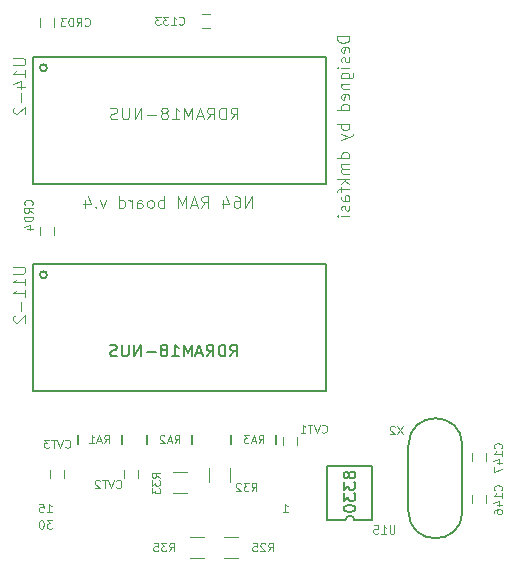
<source format=gbo>
G04 #@! TF.FileFunction,Legend,Bot*
%FSLAX46Y46*%
G04 Gerber Fmt 4.6, Leading zero omitted, Abs format (unit mm)*
G04 Created by KiCad (PCBNEW 4.0.6) date Mon Aug 28 23:47:59 2017*
%MOMM*%
%LPD*%
G01*
G04 APERTURE LIST*
%ADD10C,0.100000*%
%ADD11C,0.150000*%
%ADD12C,0.127000*%
%ADD13C,0.120000*%
G04 APERTURE END LIST*
D10*
X48178500Y-69555667D02*
X48578500Y-69555667D01*
X48378500Y-69555667D02*
X48378500Y-68855667D01*
X48445166Y-68955667D01*
X48511833Y-69022333D01*
X48578500Y-69055667D01*
X45567739Y-43783381D02*
X45567739Y-42783381D01*
X44996310Y-43783381D01*
X44996310Y-42783381D01*
X44091548Y-42783381D02*
X44282025Y-42783381D01*
X44377263Y-42831000D01*
X44424882Y-42878619D01*
X44520120Y-43021476D01*
X44567739Y-43211952D01*
X44567739Y-43592905D01*
X44520120Y-43688143D01*
X44472501Y-43735762D01*
X44377263Y-43783381D01*
X44186786Y-43783381D01*
X44091548Y-43735762D01*
X44043929Y-43688143D01*
X43996310Y-43592905D01*
X43996310Y-43354810D01*
X44043929Y-43259571D01*
X44091548Y-43211952D01*
X44186786Y-43164333D01*
X44377263Y-43164333D01*
X44472501Y-43211952D01*
X44520120Y-43259571D01*
X44567739Y-43354810D01*
X43139167Y-43116714D02*
X43139167Y-43783381D01*
X43377263Y-42735762D02*
X43615358Y-43450048D01*
X42996310Y-43450048D01*
X41282024Y-43783381D02*
X41615358Y-43307190D01*
X41853453Y-43783381D02*
X41853453Y-42783381D01*
X41472500Y-42783381D01*
X41377262Y-42831000D01*
X41329643Y-42878619D01*
X41282024Y-42973857D01*
X41282024Y-43116714D01*
X41329643Y-43211952D01*
X41377262Y-43259571D01*
X41472500Y-43307190D01*
X41853453Y-43307190D01*
X40901072Y-43497667D02*
X40424881Y-43497667D01*
X40996310Y-43783381D02*
X40662977Y-42783381D01*
X40329643Y-43783381D01*
X39996310Y-43783381D02*
X39996310Y-42783381D01*
X39662976Y-43497667D01*
X39329643Y-42783381D01*
X39329643Y-43783381D01*
X38091548Y-43783381D02*
X38091548Y-42783381D01*
X38091548Y-43164333D02*
X37996310Y-43116714D01*
X37805833Y-43116714D01*
X37710595Y-43164333D01*
X37662976Y-43211952D01*
X37615357Y-43307190D01*
X37615357Y-43592905D01*
X37662976Y-43688143D01*
X37710595Y-43735762D01*
X37805833Y-43783381D01*
X37996310Y-43783381D01*
X38091548Y-43735762D01*
X37043929Y-43783381D02*
X37139167Y-43735762D01*
X37186786Y-43688143D01*
X37234405Y-43592905D01*
X37234405Y-43307190D01*
X37186786Y-43211952D01*
X37139167Y-43164333D01*
X37043929Y-43116714D01*
X36901071Y-43116714D01*
X36805833Y-43164333D01*
X36758214Y-43211952D01*
X36710595Y-43307190D01*
X36710595Y-43592905D01*
X36758214Y-43688143D01*
X36805833Y-43735762D01*
X36901071Y-43783381D01*
X37043929Y-43783381D01*
X35853452Y-43783381D02*
X35853452Y-43259571D01*
X35901071Y-43164333D01*
X35996309Y-43116714D01*
X36186786Y-43116714D01*
X36282024Y-43164333D01*
X35853452Y-43735762D02*
X35948690Y-43783381D01*
X36186786Y-43783381D01*
X36282024Y-43735762D01*
X36329643Y-43640524D01*
X36329643Y-43545286D01*
X36282024Y-43450048D01*
X36186786Y-43402429D01*
X35948690Y-43402429D01*
X35853452Y-43354810D01*
X35377262Y-43783381D02*
X35377262Y-43116714D01*
X35377262Y-43307190D02*
X35329643Y-43211952D01*
X35282024Y-43164333D01*
X35186786Y-43116714D01*
X35091547Y-43116714D01*
X34329642Y-43783381D02*
X34329642Y-42783381D01*
X34329642Y-43735762D02*
X34424880Y-43783381D01*
X34615357Y-43783381D01*
X34710595Y-43735762D01*
X34758214Y-43688143D01*
X34805833Y-43592905D01*
X34805833Y-43307190D01*
X34758214Y-43211952D01*
X34710595Y-43164333D01*
X34615357Y-43116714D01*
X34424880Y-43116714D01*
X34329642Y-43164333D01*
X33186785Y-43116714D02*
X32948690Y-43783381D01*
X32710594Y-43116714D01*
X32329642Y-43688143D02*
X32282023Y-43735762D01*
X32329642Y-43783381D01*
X32377261Y-43735762D01*
X32329642Y-43688143D01*
X32329642Y-43783381D01*
X31424880Y-43116714D02*
X31424880Y-43783381D01*
X31662976Y-42735762D02*
X31901071Y-43450048D01*
X31282023Y-43450048D01*
X28200334Y-69531667D02*
X28600334Y-69531667D01*
X28400334Y-69531667D02*
X28400334Y-68831667D01*
X28467000Y-68931667D01*
X28533667Y-68998333D01*
X28600334Y-69031667D01*
X27567000Y-68831667D02*
X27900333Y-68831667D01*
X27933667Y-69165000D01*
X27900333Y-69131667D01*
X27833667Y-69098333D01*
X27667000Y-69098333D01*
X27600333Y-69131667D01*
X27567000Y-69165000D01*
X27533667Y-69231667D01*
X27533667Y-69398333D01*
X27567000Y-69465000D01*
X27600333Y-69498333D01*
X27667000Y-69531667D01*
X27833667Y-69531667D01*
X27900333Y-69498333D01*
X27933667Y-69465000D01*
X28633667Y-70228667D02*
X28200334Y-70228667D01*
X28433667Y-70495333D01*
X28333667Y-70495333D01*
X28267000Y-70528667D01*
X28233667Y-70562000D01*
X28200334Y-70628667D01*
X28200334Y-70795333D01*
X28233667Y-70862000D01*
X28267000Y-70895333D01*
X28333667Y-70928667D01*
X28533667Y-70928667D01*
X28600334Y-70895333D01*
X28633667Y-70862000D01*
X27767000Y-70228667D02*
X27700333Y-70228667D01*
X27633667Y-70262000D01*
X27600333Y-70295333D01*
X27567000Y-70362000D01*
X27533667Y-70495333D01*
X27533667Y-70662000D01*
X27567000Y-70795333D01*
X27600333Y-70862000D01*
X27633667Y-70895333D01*
X27700333Y-70928667D01*
X27767000Y-70928667D01*
X27833667Y-70895333D01*
X27867000Y-70862000D01*
X27900333Y-70795333D01*
X27933667Y-70662000D01*
X27933667Y-70495333D01*
X27900333Y-70362000D01*
X27867000Y-70295333D01*
X27833667Y-70262000D01*
X27767000Y-70228667D01*
X53783881Y-29234952D02*
X52783881Y-29234952D01*
X52783881Y-29473047D01*
X52831500Y-29615905D01*
X52926738Y-29711143D01*
X53021976Y-29758762D01*
X53212452Y-29806381D01*
X53355310Y-29806381D01*
X53545786Y-29758762D01*
X53641024Y-29711143D01*
X53736262Y-29615905D01*
X53783881Y-29473047D01*
X53783881Y-29234952D01*
X53736262Y-30615905D02*
X53783881Y-30520667D01*
X53783881Y-30330190D01*
X53736262Y-30234952D01*
X53641024Y-30187333D01*
X53260071Y-30187333D01*
X53164833Y-30234952D01*
X53117214Y-30330190D01*
X53117214Y-30520667D01*
X53164833Y-30615905D01*
X53260071Y-30663524D01*
X53355310Y-30663524D01*
X53450548Y-30187333D01*
X53736262Y-31044476D02*
X53783881Y-31139714D01*
X53783881Y-31330190D01*
X53736262Y-31425429D01*
X53641024Y-31473048D01*
X53593405Y-31473048D01*
X53498167Y-31425429D01*
X53450548Y-31330190D01*
X53450548Y-31187333D01*
X53402929Y-31092095D01*
X53307690Y-31044476D01*
X53260071Y-31044476D01*
X53164833Y-31092095D01*
X53117214Y-31187333D01*
X53117214Y-31330190D01*
X53164833Y-31425429D01*
X53783881Y-31901619D02*
X53117214Y-31901619D01*
X52783881Y-31901619D02*
X52831500Y-31854000D01*
X52879119Y-31901619D01*
X52831500Y-31949238D01*
X52783881Y-31901619D01*
X52879119Y-31901619D01*
X53117214Y-32806381D02*
X53926738Y-32806381D01*
X54021976Y-32758762D01*
X54069595Y-32711143D01*
X54117214Y-32615904D01*
X54117214Y-32473047D01*
X54069595Y-32377809D01*
X53736262Y-32806381D02*
X53783881Y-32711143D01*
X53783881Y-32520666D01*
X53736262Y-32425428D01*
X53688643Y-32377809D01*
X53593405Y-32330190D01*
X53307690Y-32330190D01*
X53212452Y-32377809D01*
X53164833Y-32425428D01*
X53117214Y-32520666D01*
X53117214Y-32711143D01*
X53164833Y-32806381D01*
X53117214Y-33282571D02*
X53783881Y-33282571D01*
X53212452Y-33282571D02*
X53164833Y-33330190D01*
X53117214Y-33425428D01*
X53117214Y-33568286D01*
X53164833Y-33663524D01*
X53260071Y-33711143D01*
X53783881Y-33711143D01*
X53736262Y-34568286D02*
X53783881Y-34473048D01*
X53783881Y-34282571D01*
X53736262Y-34187333D01*
X53641024Y-34139714D01*
X53260071Y-34139714D01*
X53164833Y-34187333D01*
X53117214Y-34282571D01*
X53117214Y-34473048D01*
X53164833Y-34568286D01*
X53260071Y-34615905D01*
X53355310Y-34615905D01*
X53450548Y-34139714D01*
X53783881Y-35473048D02*
X52783881Y-35473048D01*
X53736262Y-35473048D02*
X53783881Y-35377810D01*
X53783881Y-35187333D01*
X53736262Y-35092095D01*
X53688643Y-35044476D01*
X53593405Y-34996857D01*
X53307690Y-34996857D01*
X53212452Y-35044476D01*
X53164833Y-35092095D01*
X53117214Y-35187333D01*
X53117214Y-35377810D01*
X53164833Y-35473048D01*
X53783881Y-36711143D02*
X52783881Y-36711143D01*
X53164833Y-36711143D02*
X53117214Y-36806381D01*
X53117214Y-36996858D01*
X53164833Y-37092096D01*
X53212452Y-37139715D01*
X53307690Y-37187334D01*
X53593405Y-37187334D01*
X53688643Y-37139715D01*
X53736262Y-37092096D01*
X53783881Y-36996858D01*
X53783881Y-36806381D01*
X53736262Y-36711143D01*
X53117214Y-37520667D02*
X53783881Y-37758762D01*
X53117214Y-37996858D02*
X53783881Y-37758762D01*
X54021976Y-37663524D01*
X54069595Y-37615905D01*
X54117214Y-37520667D01*
X53783881Y-39568287D02*
X52783881Y-39568287D01*
X53736262Y-39568287D02*
X53783881Y-39473049D01*
X53783881Y-39282572D01*
X53736262Y-39187334D01*
X53688643Y-39139715D01*
X53593405Y-39092096D01*
X53307690Y-39092096D01*
X53212452Y-39139715D01*
X53164833Y-39187334D01*
X53117214Y-39282572D01*
X53117214Y-39473049D01*
X53164833Y-39568287D01*
X53783881Y-40044477D02*
X53117214Y-40044477D01*
X53212452Y-40044477D02*
X53164833Y-40092096D01*
X53117214Y-40187334D01*
X53117214Y-40330192D01*
X53164833Y-40425430D01*
X53260071Y-40473049D01*
X53783881Y-40473049D01*
X53260071Y-40473049D02*
X53164833Y-40520668D01*
X53117214Y-40615906D01*
X53117214Y-40758763D01*
X53164833Y-40854001D01*
X53260071Y-40901620D01*
X53783881Y-40901620D01*
X53783881Y-41377810D02*
X52783881Y-41377810D01*
X53402929Y-41473048D02*
X53783881Y-41758763D01*
X53117214Y-41758763D02*
X53498167Y-41377810D01*
X53117214Y-42044477D02*
X53117214Y-42425429D01*
X53783881Y-42187334D02*
X52926738Y-42187334D01*
X52831500Y-42234953D01*
X52783881Y-42330191D01*
X52783881Y-42425429D01*
X53783881Y-43187335D02*
X53260071Y-43187335D01*
X53164833Y-43139716D01*
X53117214Y-43044478D01*
X53117214Y-42854001D01*
X53164833Y-42758763D01*
X53736262Y-43187335D02*
X53783881Y-43092097D01*
X53783881Y-42854001D01*
X53736262Y-42758763D01*
X53641024Y-42711144D01*
X53545786Y-42711144D01*
X53450548Y-42758763D01*
X53402929Y-42854001D01*
X53402929Y-43092097D01*
X53355310Y-43187335D01*
X53736262Y-43615906D02*
X53783881Y-43711144D01*
X53783881Y-43901620D01*
X53736262Y-43996859D01*
X53641024Y-44044478D01*
X53593405Y-44044478D01*
X53498167Y-43996859D01*
X53450548Y-43901620D01*
X53450548Y-43758763D01*
X53402929Y-43663525D01*
X53307690Y-43615906D01*
X53260071Y-43615906D01*
X53164833Y-43663525D01*
X53117214Y-43758763D01*
X53117214Y-43901620D01*
X53164833Y-43996859D01*
X53783881Y-44473049D02*
X53117214Y-44473049D01*
X52783881Y-44473049D02*
X52831500Y-44425430D01*
X52879119Y-44473049D01*
X52831500Y-44520668D01*
X52783881Y-44473049D01*
X52879119Y-44473049D01*
D11*
X28203195Y-49453127D02*
G75*
G03X28203195Y-49453127I-300000J0D01*
G01*
D12*
X27034500Y-59311000D02*
X27034500Y-48511000D01*
X27034500Y-48511000D02*
X51834500Y-48511000D01*
X51834500Y-48511000D02*
X51834500Y-59311000D01*
X51834500Y-59311000D02*
X27034500Y-59311000D01*
D11*
X63373000Y-69469000D02*
G75*
G02X58801000Y-69469000I-2286000J0D01*
G01*
X58801000Y-63881000D02*
G75*
G02X63373000Y-63881000I2286000J0D01*
G01*
X63373000Y-63881000D02*
X63373000Y-69469000D01*
X58801000Y-63881000D02*
X58801000Y-69469000D01*
X34588722Y-63791848D02*
X34588722Y-62991848D01*
X30788722Y-63791848D02*
X30788722Y-62991848D01*
X40438722Y-63791848D02*
X40438722Y-62991848D01*
X36638722Y-63791848D02*
X36638722Y-62991848D01*
X47588722Y-63791848D02*
X47588722Y-62991848D01*
X43788722Y-63791848D02*
X43788722Y-62991848D01*
D13*
X41997500Y-27364000D02*
X41297500Y-27364000D01*
X41297500Y-28564000D02*
X41997500Y-28564000D01*
X65370000Y-68803000D02*
X65370000Y-68103000D01*
X64170000Y-68103000D02*
X64170000Y-68803000D01*
X64170000Y-64547000D02*
X64170000Y-65247000D01*
X65370000Y-65247000D02*
X65370000Y-64547000D01*
X28785500Y-28441000D02*
X28785500Y-27741000D01*
X27585500Y-27741000D02*
X27585500Y-28441000D01*
X28785500Y-46094000D02*
X28785500Y-45394000D01*
X27585500Y-45394000D02*
X27585500Y-46094000D01*
X48159500Y-63174000D02*
X48159500Y-63874000D01*
X49359500Y-63874000D02*
X49359500Y-63174000D01*
X35897500Y-66642600D02*
X35897500Y-65942600D01*
X34697500Y-65942600D02*
X34697500Y-66642600D01*
X29683000Y-66644000D02*
X29683000Y-65944000D01*
X28483000Y-65944000D02*
X28483000Y-66644000D01*
X43215000Y-73397000D02*
X44415000Y-73397000D01*
X44415000Y-71637000D02*
X43215000Y-71637000D01*
X41919000Y-65821000D02*
X41919000Y-67021000D01*
X43679000Y-67021000D02*
X43679000Y-65821000D01*
X40097000Y-66176000D02*
X38897000Y-66176000D01*
X38897000Y-67936000D02*
X40097000Y-67936000D01*
X40294000Y-73397000D02*
X41494000Y-73397000D01*
X41494000Y-71637000D02*
X40294000Y-71637000D01*
D11*
X53467000Y-70231000D02*
G75*
G02X54229000Y-70231000I381000J0D01*
G01*
X55753000Y-65659000D02*
X51943000Y-65659000D01*
X54229000Y-70231000D02*
X55753000Y-70231000D01*
X55753000Y-70231000D02*
X55753000Y-65659000D01*
X51943000Y-65659000D02*
X51943000Y-70231000D01*
X51943000Y-70231000D02*
X53467000Y-70231000D01*
X28203195Y-31927127D02*
G75*
G03X28203195Y-31927127I-300000J0D01*
G01*
D12*
X27034500Y-41785000D02*
X27034500Y-30985000D01*
X27034500Y-30985000D02*
X51834500Y-30985000D01*
X51834500Y-30985000D02*
X51834500Y-41785000D01*
X51834500Y-41785000D02*
X27034500Y-41785000D01*
D10*
X25359881Y-48776095D02*
X26169405Y-48776095D01*
X26264643Y-48823714D01*
X26312262Y-48871333D01*
X26359881Y-48966571D01*
X26359881Y-49157048D01*
X26312262Y-49252286D01*
X26264643Y-49299905D01*
X26169405Y-49347524D01*
X25359881Y-49347524D01*
X26359881Y-50347524D02*
X26359881Y-49776095D01*
X26359881Y-50061809D02*
X25359881Y-50061809D01*
X25502738Y-49966571D01*
X25597976Y-49871333D01*
X25645595Y-49776095D01*
X26359881Y-51299905D02*
X26359881Y-50728476D01*
X26359881Y-51014190D02*
X25359881Y-51014190D01*
X25502738Y-50918952D01*
X25597976Y-50823714D01*
X25645595Y-50728476D01*
X25978929Y-51728476D02*
X25978929Y-52490381D01*
X25455119Y-52918952D02*
X25407500Y-52966571D01*
X25359881Y-53061809D01*
X25359881Y-53299905D01*
X25407500Y-53395143D01*
X25455119Y-53442762D01*
X25550357Y-53490381D01*
X25645595Y-53490381D01*
X25788452Y-53442762D01*
X26359881Y-52871333D01*
X26359881Y-53490381D01*
D11*
X43724976Y-56363381D02*
X44058310Y-55887190D01*
X44296405Y-56363381D02*
X44296405Y-55363381D01*
X43915452Y-55363381D01*
X43820214Y-55411000D01*
X43772595Y-55458619D01*
X43724976Y-55553857D01*
X43724976Y-55696714D01*
X43772595Y-55791952D01*
X43820214Y-55839571D01*
X43915452Y-55887190D01*
X44296405Y-55887190D01*
X43296405Y-56363381D02*
X43296405Y-55363381D01*
X43058310Y-55363381D01*
X42915452Y-55411000D01*
X42820214Y-55506238D01*
X42772595Y-55601476D01*
X42724976Y-55791952D01*
X42724976Y-55934810D01*
X42772595Y-56125286D01*
X42820214Y-56220524D01*
X42915452Y-56315762D01*
X43058310Y-56363381D01*
X43296405Y-56363381D01*
X41724976Y-56363381D02*
X42058310Y-55887190D01*
X42296405Y-56363381D02*
X42296405Y-55363381D01*
X41915452Y-55363381D01*
X41820214Y-55411000D01*
X41772595Y-55458619D01*
X41724976Y-55553857D01*
X41724976Y-55696714D01*
X41772595Y-55791952D01*
X41820214Y-55839571D01*
X41915452Y-55887190D01*
X42296405Y-55887190D01*
X41344024Y-56077667D02*
X40867833Y-56077667D01*
X41439262Y-56363381D02*
X41105929Y-55363381D01*
X40772595Y-56363381D01*
X40439262Y-56363381D02*
X40439262Y-55363381D01*
X40105928Y-56077667D01*
X39772595Y-55363381D01*
X39772595Y-56363381D01*
X38772595Y-56363381D02*
X39344024Y-56363381D01*
X39058310Y-56363381D02*
X39058310Y-55363381D01*
X39153548Y-55506238D01*
X39248786Y-55601476D01*
X39344024Y-55649095D01*
X38201167Y-55791952D02*
X38296405Y-55744333D01*
X38344024Y-55696714D01*
X38391643Y-55601476D01*
X38391643Y-55553857D01*
X38344024Y-55458619D01*
X38296405Y-55411000D01*
X38201167Y-55363381D01*
X38010690Y-55363381D01*
X37915452Y-55411000D01*
X37867833Y-55458619D01*
X37820214Y-55553857D01*
X37820214Y-55601476D01*
X37867833Y-55696714D01*
X37915452Y-55744333D01*
X38010690Y-55791952D01*
X38201167Y-55791952D01*
X38296405Y-55839571D01*
X38344024Y-55887190D01*
X38391643Y-55982429D01*
X38391643Y-56172905D01*
X38344024Y-56268143D01*
X38296405Y-56315762D01*
X38201167Y-56363381D01*
X38010690Y-56363381D01*
X37915452Y-56315762D01*
X37867833Y-56268143D01*
X37820214Y-56172905D01*
X37820214Y-55982429D01*
X37867833Y-55887190D01*
X37915452Y-55839571D01*
X38010690Y-55791952D01*
X37391643Y-55982429D02*
X36629738Y-55982429D01*
X36153548Y-56363381D02*
X36153548Y-55363381D01*
X35582119Y-56363381D01*
X35582119Y-55363381D01*
X35105929Y-55363381D02*
X35105929Y-56172905D01*
X35058310Y-56268143D01*
X35010691Y-56315762D01*
X34915453Y-56363381D01*
X34724976Y-56363381D01*
X34629738Y-56315762D01*
X34582119Y-56268143D01*
X34534500Y-56172905D01*
X34534500Y-55363381D01*
X34105929Y-56315762D02*
X33963072Y-56363381D01*
X33724976Y-56363381D01*
X33629738Y-56315762D01*
X33582119Y-56268143D01*
X33534500Y-56172905D01*
X33534500Y-56077667D01*
X33582119Y-55982429D01*
X33629738Y-55934810D01*
X33724976Y-55887190D01*
X33915453Y-55839571D01*
X34010691Y-55791952D01*
X34058310Y-55744333D01*
X34105929Y-55649095D01*
X34105929Y-55553857D01*
X34058310Y-55458619D01*
X34010691Y-55411000D01*
X33915453Y-55363381D01*
X33677357Y-55363381D01*
X33534500Y-55411000D01*
D10*
X58343167Y-62251667D02*
X57876500Y-62951667D01*
X57876500Y-62251667D02*
X58343167Y-62951667D01*
X57643167Y-62318333D02*
X57609833Y-62285000D01*
X57543167Y-62251667D01*
X57376500Y-62251667D01*
X57309833Y-62285000D01*
X57276500Y-62318333D01*
X57243167Y-62385000D01*
X57243167Y-62451667D01*
X57276500Y-62551667D01*
X57676500Y-62951667D01*
X57243167Y-62951667D01*
X33047166Y-63713667D02*
X33280500Y-63380333D01*
X33447166Y-63713667D02*
X33447166Y-63013667D01*
X33180500Y-63013667D01*
X33113833Y-63047000D01*
X33080500Y-63080333D01*
X33047166Y-63147000D01*
X33047166Y-63247000D01*
X33080500Y-63313667D01*
X33113833Y-63347000D01*
X33180500Y-63380333D01*
X33447166Y-63380333D01*
X32780500Y-63513667D02*
X32447166Y-63513667D01*
X32847166Y-63713667D02*
X32613833Y-63013667D01*
X32380500Y-63713667D01*
X31780500Y-63713667D02*
X32180500Y-63713667D01*
X31980500Y-63713667D02*
X31980500Y-63013667D01*
X32047166Y-63113667D01*
X32113833Y-63180333D01*
X32180500Y-63213667D01*
X39016166Y-63713667D02*
X39249500Y-63380333D01*
X39416166Y-63713667D02*
X39416166Y-63013667D01*
X39149500Y-63013667D01*
X39082833Y-63047000D01*
X39049500Y-63080333D01*
X39016166Y-63147000D01*
X39016166Y-63247000D01*
X39049500Y-63313667D01*
X39082833Y-63347000D01*
X39149500Y-63380333D01*
X39416166Y-63380333D01*
X38749500Y-63513667D02*
X38416166Y-63513667D01*
X38816166Y-63713667D02*
X38582833Y-63013667D01*
X38349500Y-63713667D01*
X38149500Y-63080333D02*
X38116166Y-63047000D01*
X38049500Y-63013667D01*
X37882833Y-63013667D01*
X37816166Y-63047000D01*
X37782833Y-63080333D01*
X37749500Y-63147000D01*
X37749500Y-63213667D01*
X37782833Y-63313667D01*
X38182833Y-63713667D01*
X37749500Y-63713667D01*
X46128166Y-63713667D02*
X46361500Y-63380333D01*
X46528166Y-63713667D02*
X46528166Y-63013667D01*
X46261500Y-63013667D01*
X46194833Y-63047000D01*
X46161500Y-63080333D01*
X46128166Y-63147000D01*
X46128166Y-63247000D01*
X46161500Y-63313667D01*
X46194833Y-63347000D01*
X46261500Y-63380333D01*
X46528166Y-63380333D01*
X45861500Y-63513667D02*
X45528166Y-63513667D01*
X45928166Y-63713667D02*
X45694833Y-63013667D01*
X45461500Y-63713667D01*
X45294833Y-63013667D02*
X44861500Y-63013667D01*
X45094833Y-63280333D01*
X44994833Y-63280333D01*
X44928166Y-63313667D01*
X44894833Y-63347000D01*
X44861500Y-63413667D01*
X44861500Y-63580333D01*
X44894833Y-63647000D01*
X44928166Y-63680333D01*
X44994833Y-63713667D01*
X45194833Y-63713667D01*
X45261500Y-63680333D01*
X45294833Y-63647000D01*
X39382833Y-28214000D02*
X39416167Y-28247333D01*
X39516167Y-28280667D01*
X39582833Y-28280667D01*
X39682833Y-28247333D01*
X39749500Y-28180667D01*
X39782833Y-28114000D01*
X39816167Y-27980667D01*
X39816167Y-27880667D01*
X39782833Y-27747333D01*
X39749500Y-27680667D01*
X39682833Y-27614000D01*
X39582833Y-27580667D01*
X39516167Y-27580667D01*
X39416167Y-27614000D01*
X39382833Y-27647333D01*
X38716167Y-28280667D02*
X39116167Y-28280667D01*
X38916167Y-28280667D02*
X38916167Y-27580667D01*
X38982833Y-27680667D01*
X39049500Y-27747333D01*
X39116167Y-27780667D01*
X38482833Y-27580667D02*
X38049500Y-27580667D01*
X38282833Y-27847333D01*
X38182833Y-27847333D01*
X38116166Y-27880667D01*
X38082833Y-27914000D01*
X38049500Y-27980667D01*
X38049500Y-28147333D01*
X38082833Y-28214000D01*
X38116166Y-28247333D01*
X38182833Y-28280667D01*
X38382833Y-28280667D01*
X38449500Y-28247333D01*
X38482833Y-28214000D01*
X37816166Y-27580667D02*
X37382833Y-27580667D01*
X37616166Y-27847333D01*
X37516166Y-27847333D01*
X37449499Y-27880667D01*
X37416166Y-27914000D01*
X37382833Y-27980667D01*
X37382833Y-28147333D01*
X37416166Y-28214000D01*
X37449499Y-28247333D01*
X37516166Y-28280667D01*
X37716166Y-28280667D01*
X37782833Y-28247333D01*
X37816166Y-28214000D01*
X66662500Y-67693667D02*
X66695833Y-67660333D01*
X66729167Y-67560333D01*
X66729167Y-67493667D01*
X66695833Y-67393667D01*
X66629167Y-67327000D01*
X66562500Y-67293667D01*
X66429167Y-67260333D01*
X66329167Y-67260333D01*
X66195833Y-67293667D01*
X66129167Y-67327000D01*
X66062500Y-67393667D01*
X66029167Y-67493667D01*
X66029167Y-67560333D01*
X66062500Y-67660333D01*
X66095833Y-67693667D01*
X66729167Y-68360333D02*
X66729167Y-67960333D01*
X66729167Y-68160333D02*
X66029167Y-68160333D01*
X66129167Y-68093667D01*
X66195833Y-68027000D01*
X66229167Y-67960333D01*
X66262500Y-68960334D02*
X66729167Y-68960334D01*
X65995833Y-68793667D02*
X66495833Y-68627000D01*
X66495833Y-69060334D01*
X66029167Y-69627001D02*
X66029167Y-69493667D01*
X66062500Y-69427001D01*
X66095833Y-69393667D01*
X66195833Y-69327001D01*
X66329167Y-69293667D01*
X66595833Y-69293667D01*
X66662500Y-69327001D01*
X66695833Y-69360334D01*
X66729167Y-69427001D01*
X66729167Y-69560334D01*
X66695833Y-69627001D01*
X66662500Y-69660334D01*
X66595833Y-69693667D01*
X66429167Y-69693667D01*
X66362500Y-69660334D01*
X66329167Y-69627001D01*
X66295833Y-69560334D01*
X66295833Y-69427001D01*
X66329167Y-69360334D01*
X66362500Y-69327001D01*
X66429167Y-69293667D01*
X66662500Y-64137667D02*
X66695833Y-64104333D01*
X66729167Y-64004333D01*
X66729167Y-63937667D01*
X66695833Y-63837667D01*
X66629167Y-63771000D01*
X66562500Y-63737667D01*
X66429167Y-63704333D01*
X66329167Y-63704333D01*
X66195833Y-63737667D01*
X66129167Y-63771000D01*
X66062500Y-63837667D01*
X66029167Y-63937667D01*
X66029167Y-64004333D01*
X66062500Y-64104333D01*
X66095833Y-64137667D01*
X66729167Y-64804333D02*
X66729167Y-64404333D01*
X66729167Y-64604333D02*
X66029167Y-64604333D01*
X66129167Y-64537667D01*
X66195833Y-64471000D01*
X66229167Y-64404333D01*
X66262500Y-65404334D02*
X66729167Y-65404334D01*
X65995833Y-65237667D02*
X66495833Y-65071000D01*
X66495833Y-65504334D01*
X66029167Y-65704334D02*
X66029167Y-66171001D01*
X66729167Y-65871001D01*
X31415166Y-28341000D02*
X31448500Y-28374333D01*
X31548500Y-28407667D01*
X31615166Y-28407667D01*
X31715166Y-28374333D01*
X31781833Y-28307667D01*
X31815166Y-28241000D01*
X31848500Y-28107667D01*
X31848500Y-28007667D01*
X31815166Y-27874333D01*
X31781833Y-27807667D01*
X31715166Y-27741000D01*
X31615166Y-27707667D01*
X31548500Y-27707667D01*
X31448500Y-27741000D01*
X31415166Y-27774333D01*
X30715166Y-28407667D02*
X30948500Y-28074333D01*
X31115166Y-28407667D02*
X31115166Y-27707667D01*
X30848500Y-27707667D01*
X30781833Y-27741000D01*
X30748500Y-27774333D01*
X30715166Y-27841000D01*
X30715166Y-27941000D01*
X30748500Y-28007667D01*
X30781833Y-28041000D01*
X30848500Y-28074333D01*
X31115166Y-28074333D01*
X30415166Y-28407667D02*
X30415166Y-27707667D01*
X30248500Y-27707667D01*
X30148500Y-27741000D01*
X30081833Y-27807667D01*
X30048500Y-27874333D01*
X30015166Y-28007667D01*
X30015166Y-28107667D01*
X30048500Y-28241000D01*
X30081833Y-28307667D01*
X30148500Y-28374333D01*
X30248500Y-28407667D01*
X30415166Y-28407667D01*
X29781833Y-27707667D02*
X29348500Y-27707667D01*
X29581833Y-27974333D01*
X29481833Y-27974333D01*
X29415166Y-28007667D01*
X29381833Y-28041000D01*
X29348500Y-28107667D01*
X29348500Y-28274333D01*
X29381833Y-28341000D01*
X29415166Y-28374333D01*
X29481833Y-28407667D01*
X29681833Y-28407667D01*
X29748500Y-28374333D01*
X29781833Y-28341000D01*
X26911500Y-43530334D02*
X26944833Y-43497000D01*
X26978167Y-43397000D01*
X26978167Y-43330334D01*
X26944833Y-43230334D01*
X26878167Y-43163667D01*
X26811500Y-43130334D01*
X26678167Y-43097000D01*
X26578167Y-43097000D01*
X26444833Y-43130334D01*
X26378167Y-43163667D01*
X26311500Y-43230334D01*
X26278167Y-43330334D01*
X26278167Y-43397000D01*
X26311500Y-43497000D01*
X26344833Y-43530334D01*
X26978167Y-44230334D02*
X26644833Y-43997000D01*
X26978167Y-43830334D02*
X26278167Y-43830334D01*
X26278167Y-44097000D01*
X26311500Y-44163667D01*
X26344833Y-44197000D01*
X26411500Y-44230334D01*
X26511500Y-44230334D01*
X26578167Y-44197000D01*
X26611500Y-44163667D01*
X26644833Y-44097000D01*
X26644833Y-43830334D01*
X26978167Y-44530334D02*
X26278167Y-44530334D01*
X26278167Y-44697000D01*
X26311500Y-44797000D01*
X26378167Y-44863667D01*
X26444833Y-44897000D01*
X26578167Y-44930334D01*
X26678167Y-44930334D01*
X26811500Y-44897000D01*
X26878167Y-44863667D01*
X26944833Y-44797000D01*
X26978167Y-44697000D01*
X26978167Y-44530334D01*
X26511500Y-45530334D02*
X26978167Y-45530334D01*
X26244833Y-45363667D02*
X26744833Y-45197000D01*
X26744833Y-45630334D01*
X51474833Y-62758000D02*
X51508167Y-62791333D01*
X51608167Y-62824667D01*
X51674833Y-62824667D01*
X51774833Y-62791333D01*
X51841500Y-62724667D01*
X51874833Y-62658000D01*
X51908167Y-62524667D01*
X51908167Y-62424667D01*
X51874833Y-62291333D01*
X51841500Y-62224667D01*
X51774833Y-62158000D01*
X51674833Y-62124667D01*
X51608167Y-62124667D01*
X51508167Y-62158000D01*
X51474833Y-62191333D01*
X51274833Y-62124667D02*
X51041500Y-62824667D01*
X50808167Y-62124667D01*
X50674833Y-62124667D02*
X50274833Y-62124667D01*
X50474833Y-62824667D02*
X50474833Y-62124667D01*
X49674834Y-62824667D02*
X50074834Y-62824667D01*
X49874834Y-62824667D02*
X49874834Y-62124667D01*
X49941500Y-62224667D01*
X50008167Y-62291333D01*
X50074834Y-62324667D01*
X34075833Y-67457000D02*
X34109167Y-67490333D01*
X34209167Y-67523667D01*
X34275833Y-67523667D01*
X34375833Y-67490333D01*
X34442500Y-67423667D01*
X34475833Y-67357000D01*
X34509167Y-67223667D01*
X34509167Y-67123667D01*
X34475833Y-66990333D01*
X34442500Y-66923667D01*
X34375833Y-66857000D01*
X34275833Y-66823667D01*
X34209167Y-66823667D01*
X34109167Y-66857000D01*
X34075833Y-66890333D01*
X33875833Y-66823667D02*
X33642500Y-67523667D01*
X33409167Y-66823667D01*
X33275833Y-66823667D02*
X32875833Y-66823667D01*
X33075833Y-67523667D02*
X33075833Y-66823667D01*
X32675834Y-66890333D02*
X32642500Y-66857000D01*
X32575834Y-66823667D01*
X32409167Y-66823667D01*
X32342500Y-66857000D01*
X32309167Y-66890333D01*
X32275834Y-66957000D01*
X32275834Y-67023667D01*
X32309167Y-67123667D01*
X32709167Y-67523667D01*
X32275834Y-67523667D01*
X29757833Y-64028000D02*
X29791167Y-64061333D01*
X29891167Y-64094667D01*
X29957833Y-64094667D01*
X30057833Y-64061333D01*
X30124500Y-63994667D01*
X30157833Y-63928000D01*
X30191167Y-63794667D01*
X30191167Y-63694667D01*
X30157833Y-63561333D01*
X30124500Y-63494667D01*
X30057833Y-63428000D01*
X29957833Y-63394667D01*
X29891167Y-63394667D01*
X29791167Y-63428000D01*
X29757833Y-63461333D01*
X29557833Y-63394667D02*
X29324500Y-64094667D01*
X29091167Y-63394667D01*
X28957833Y-63394667D02*
X28557833Y-63394667D01*
X28757833Y-64094667D02*
X28757833Y-63394667D01*
X28391167Y-63394667D02*
X27957834Y-63394667D01*
X28191167Y-63661333D01*
X28091167Y-63661333D01*
X28024500Y-63694667D01*
X27991167Y-63728000D01*
X27957834Y-63794667D01*
X27957834Y-63961333D01*
X27991167Y-64028000D01*
X28024500Y-64061333D01*
X28091167Y-64094667D01*
X28291167Y-64094667D01*
X28357834Y-64061333D01*
X28391167Y-64028000D01*
X46923500Y-72857667D02*
X47156834Y-72524333D01*
X47323500Y-72857667D02*
X47323500Y-72157667D01*
X47056834Y-72157667D01*
X46990167Y-72191000D01*
X46956834Y-72224333D01*
X46923500Y-72291000D01*
X46923500Y-72391000D01*
X46956834Y-72457667D01*
X46990167Y-72491000D01*
X47056834Y-72524333D01*
X47323500Y-72524333D01*
X46656834Y-72224333D02*
X46623500Y-72191000D01*
X46556834Y-72157667D01*
X46390167Y-72157667D01*
X46323500Y-72191000D01*
X46290167Y-72224333D01*
X46256834Y-72291000D01*
X46256834Y-72357667D01*
X46290167Y-72457667D01*
X46690167Y-72857667D01*
X46256834Y-72857667D01*
X45623500Y-72157667D02*
X45956833Y-72157667D01*
X45990167Y-72491000D01*
X45956833Y-72457667D01*
X45890167Y-72424333D01*
X45723500Y-72424333D01*
X45656833Y-72457667D01*
X45623500Y-72491000D01*
X45590167Y-72557667D01*
X45590167Y-72724333D01*
X45623500Y-72791000D01*
X45656833Y-72824333D01*
X45723500Y-72857667D01*
X45890167Y-72857667D01*
X45956833Y-72824333D01*
X45990167Y-72791000D01*
X45526500Y-67777667D02*
X45759834Y-67444333D01*
X45926500Y-67777667D02*
X45926500Y-67077667D01*
X45659834Y-67077667D01*
X45593167Y-67111000D01*
X45559834Y-67144333D01*
X45526500Y-67211000D01*
X45526500Y-67311000D01*
X45559834Y-67377667D01*
X45593167Y-67411000D01*
X45659834Y-67444333D01*
X45926500Y-67444333D01*
X45293167Y-67077667D02*
X44859834Y-67077667D01*
X45093167Y-67344333D01*
X44993167Y-67344333D01*
X44926500Y-67377667D01*
X44893167Y-67411000D01*
X44859834Y-67477667D01*
X44859834Y-67644333D01*
X44893167Y-67711000D01*
X44926500Y-67744333D01*
X44993167Y-67777667D01*
X45193167Y-67777667D01*
X45259834Y-67744333D01*
X45293167Y-67711000D01*
X44593167Y-67144333D02*
X44559833Y-67111000D01*
X44493167Y-67077667D01*
X44326500Y-67077667D01*
X44259833Y-67111000D01*
X44226500Y-67144333D01*
X44193167Y-67211000D01*
X44193167Y-67277667D01*
X44226500Y-67377667D01*
X44626500Y-67777667D01*
X44193167Y-67777667D01*
X37773167Y-66630000D02*
X37439833Y-66396666D01*
X37773167Y-66230000D02*
X37073167Y-66230000D01*
X37073167Y-66496666D01*
X37106500Y-66563333D01*
X37139833Y-66596666D01*
X37206500Y-66630000D01*
X37306500Y-66630000D01*
X37373167Y-66596666D01*
X37406500Y-66563333D01*
X37439833Y-66496666D01*
X37439833Y-66230000D01*
X37073167Y-66863333D02*
X37073167Y-67296666D01*
X37339833Y-67063333D01*
X37339833Y-67163333D01*
X37373167Y-67230000D01*
X37406500Y-67263333D01*
X37473167Y-67296666D01*
X37639833Y-67296666D01*
X37706500Y-67263333D01*
X37739833Y-67230000D01*
X37773167Y-67163333D01*
X37773167Y-66963333D01*
X37739833Y-66896666D01*
X37706500Y-66863333D01*
X37073167Y-67530000D02*
X37073167Y-67963333D01*
X37339833Y-67730000D01*
X37339833Y-67830000D01*
X37373167Y-67896667D01*
X37406500Y-67930000D01*
X37473167Y-67963333D01*
X37639833Y-67963333D01*
X37706500Y-67930000D01*
X37739833Y-67896667D01*
X37773167Y-67830000D01*
X37773167Y-67630000D01*
X37739833Y-67563333D01*
X37706500Y-67530000D01*
X38541500Y-72857667D02*
X38774834Y-72524333D01*
X38941500Y-72857667D02*
X38941500Y-72157667D01*
X38674834Y-72157667D01*
X38608167Y-72191000D01*
X38574834Y-72224333D01*
X38541500Y-72291000D01*
X38541500Y-72391000D01*
X38574834Y-72457667D01*
X38608167Y-72491000D01*
X38674834Y-72524333D01*
X38941500Y-72524333D01*
X38308167Y-72157667D02*
X37874834Y-72157667D01*
X38108167Y-72424333D01*
X38008167Y-72424333D01*
X37941500Y-72457667D01*
X37908167Y-72491000D01*
X37874834Y-72557667D01*
X37874834Y-72724333D01*
X37908167Y-72791000D01*
X37941500Y-72824333D01*
X38008167Y-72857667D01*
X38208167Y-72857667D01*
X38274834Y-72824333D01*
X38308167Y-72791000D01*
X37241500Y-72157667D02*
X37574833Y-72157667D01*
X37608167Y-72491000D01*
X37574833Y-72457667D01*
X37508167Y-72424333D01*
X37341500Y-72424333D01*
X37274833Y-72457667D01*
X37241500Y-72491000D01*
X37208167Y-72557667D01*
X37208167Y-72724333D01*
X37241500Y-72791000D01*
X37274833Y-72824333D01*
X37341500Y-72857667D01*
X37508167Y-72857667D01*
X37574833Y-72824333D01*
X37608167Y-72791000D01*
X57609833Y-70664667D02*
X57609833Y-71231333D01*
X57576500Y-71298000D01*
X57543167Y-71331333D01*
X57476500Y-71364667D01*
X57343167Y-71364667D01*
X57276500Y-71331333D01*
X57243167Y-71298000D01*
X57209833Y-71231333D01*
X57209833Y-70664667D01*
X56509834Y-71364667D02*
X56909834Y-71364667D01*
X56709834Y-71364667D02*
X56709834Y-70664667D01*
X56776500Y-70764667D01*
X56843167Y-70831333D01*
X56909834Y-70864667D01*
X55876500Y-70664667D02*
X56209833Y-70664667D01*
X56243167Y-70998000D01*
X56209833Y-70964667D01*
X56143167Y-70931333D01*
X55976500Y-70931333D01*
X55909833Y-70964667D01*
X55876500Y-70998000D01*
X55843167Y-71064667D01*
X55843167Y-71231333D01*
X55876500Y-71298000D01*
X55909833Y-71331333D01*
X55976500Y-71364667D01*
X56143167Y-71364667D01*
X56209833Y-71331333D01*
X56243167Y-71298000D01*
D11*
X53736952Y-66293952D02*
X53689333Y-66198714D01*
X53641714Y-66151095D01*
X53546476Y-66103476D01*
X53498857Y-66103476D01*
X53403619Y-66151095D01*
X53356000Y-66198714D01*
X53308381Y-66293952D01*
X53308381Y-66484429D01*
X53356000Y-66579667D01*
X53403619Y-66627286D01*
X53498857Y-66674905D01*
X53546476Y-66674905D01*
X53641714Y-66627286D01*
X53689333Y-66579667D01*
X53736952Y-66484429D01*
X53736952Y-66293952D01*
X53784571Y-66198714D01*
X53832190Y-66151095D01*
X53927429Y-66103476D01*
X54117905Y-66103476D01*
X54213143Y-66151095D01*
X54260762Y-66198714D01*
X54308381Y-66293952D01*
X54308381Y-66484429D01*
X54260762Y-66579667D01*
X54213143Y-66627286D01*
X54117905Y-66674905D01*
X53927429Y-66674905D01*
X53832190Y-66627286D01*
X53784571Y-66579667D01*
X53736952Y-66484429D01*
X53308381Y-67008238D02*
X53308381Y-67627286D01*
X53689333Y-67293952D01*
X53689333Y-67436810D01*
X53736952Y-67532048D01*
X53784571Y-67579667D01*
X53879810Y-67627286D01*
X54117905Y-67627286D01*
X54213143Y-67579667D01*
X54260762Y-67532048D01*
X54308381Y-67436810D01*
X54308381Y-67151095D01*
X54260762Y-67055857D01*
X54213143Y-67008238D01*
X53308381Y-67960619D02*
X53308381Y-68579667D01*
X53689333Y-68246333D01*
X53689333Y-68389191D01*
X53736952Y-68484429D01*
X53784571Y-68532048D01*
X53879810Y-68579667D01*
X54117905Y-68579667D01*
X54213143Y-68532048D01*
X54260762Y-68484429D01*
X54308381Y-68389191D01*
X54308381Y-68103476D01*
X54260762Y-68008238D01*
X54213143Y-67960619D01*
X53308381Y-69198714D02*
X53308381Y-69293953D01*
X53356000Y-69389191D01*
X53403619Y-69436810D01*
X53498857Y-69484429D01*
X53689333Y-69532048D01*
X53927429Y-69532048D01*
X54117905Y-69484429D01*
X54213143Y-69436810D01*
X54260762Y-69389191D01*
X54308381Y-69293953D01*
X54308381Y-69198714D01*
X54260762Y-69103476D01*
X54213143Y-69055857D01*
X54117905Y-69008238D01*
X53927429Y-68960619D01*
X53689333Y-68960619D01*
X53498857Y-69008238D01*
X53403619Y-69055857D01*
X53356000Y-69103476D01*
X53308381Y-69198714D01*
D10*
X25359881Y-31123095D02*
X26169405Y-31123095D01*
X26264643Y-31170714D01*
X26312262Y-31218333D01*
X26359881Y-31313571D01*
X26359881Y-31504048D01*
X26312262Y-31599286D01*
X26264643Y-31646905D01*
X26169405Y-31694524D01*
X25359881Y-31694524D01*
X26359881Y-32694524D02*
X26359881Y-32123095D01*
X26359881Y-32408809D02*
X25359881Y-32408809D01*
X25502738Y-32313571D01*
X25597976Y-32218333D01*
X25645595Y-32123095D01*
X25693214Y-33551667D02*
X26359881Y-33551667D01*
X25312262Y-33313571D02*
X26026548Y-33075476D01*
X26026548Y-33694524D01*
X25978929Y-34075476D02*
X25978929Y-34837381D01*
X25455119Y-35265952D02*
X25407500Y-35313571D01*
X25359881Y-35408809D01*
X25359881Y-35646905D01*
X25407500Y-35742143D01*
X25455119Y-35789762D01*
X25550357Y-35837381D01*
X25645595Y-35837381D01*
X25788452Y-35789762D01*
X26359881Y-35218333D01*
X26359881Y-35837381D01*
X43758976Y-36298381D02*
X44092310Y-35822190D01*
X44330405Y-36298381D02*
X44330405Y-35298381D01*
X43949452Y-35298381D01*
X43854214Y-35346000D01*
X43806595Y-35393619D01*
X43758976Y-35488857D01*
X43758976Y-35631714D01*
X43806595Y-35726952D01*
X43854214Y-35774571D01*
X43949452Y-35822190D01*
X44330405Y-35822190D01*
X43330405Y-36298381D02*
X43330405Y-35298381D01*
X43092310Y-35298381D01*
X42949452Y-35346000D01*
X42854214Y-35441238D01*
X42806595Y-35536476D01*
X42758976Y-35726952D01*
X42758976Y-35869810D01*
X42806595Y-36060286D01*
X42854214Y-36155524D01*
X42949452Y-36250762D01*
X43092310Y-36298381D01*
X43330405Y-36298381D01*
X41758976Y-36298381D02*
X42092310Y-35822190D01*
X42330405Y-36298381D02*
X42330405Y-35298381D01*
X41949452Y-35298381D01*
X41854214Y-35346000D01*
X41806595Y-35393619D01*
X41758976Y-35488857D01*
X41758976Y-35631714D01*
X41806595Y-35726952D01*
X41854214Y-35774571D01*
X41949452Y-35822190D01*
X42330405Y-35822190D01*
X41378024Y-36012667D02*
X40901833Y-36012667D01*
X41473262Y-36298381D02*
X41139929Y-35298381D01*
X40806595Y-36298381D01*
X40473262Y-36298381D02*
X40473262Y-35298381D01*
X40139928Y-36012667D01*
X39806595Y-35298381D01*
X39806595Y-36298381D01*
X38806595Y-36298381D02*
X39378024Y-36298381D01*
X39092310Y-36298381D02*
X39092310Y-35298381D01*
X39187548Y-35441238D01*
X39282786Y-35536476D01*
X39378024Y-35584095D01*
X38235167Y-35726952D02*
X38330405Y-35679333D01*
X38378024Y-35631714D01*
X38425643Y-35536476D01*
X38425643Y-35488857D01*
X38378024Y-35393619D01*
X38330405Y-35346000D01*
X38235167Y-35298381D01*
X38044690Y-35298381D01*
X37949452Y-35346000D01*
X37901833Y-35393619D01*
X37854214Y-35488857D01*
X37854214Y-35536476D01*
X37901833Y-35631714D01*
X37949452Y-35679333D01*
X38044690Y-35726952D01*
X38235167Y-35726952D01*
X38330405Y-35774571D01*
X38378024Y-35822190D01*
X38425643Y-35917429D01*
X38425643Y-36107905D01*
X38378024Y-36203143D01*
X38330405Y-36250762D01*
X38235167Y-36298381D01*
X38044690Y-36298381D01*
X37949452Y-36250762D01*
X37901833Y-36203143D01*
X37854214Y-36107905D01*
X37854214Y-35917429D01*
X37901833Y-35822190D01*
X37949452Y-35774571D01*
X38044690Y-35726952D01*
X37425643Y-35917429D02*
X36663738Y-35917429D01*
X36187548Y-36298381D02*
X36187548Y-35298381D01*
X35616119Y-36298381D01*
X35616119Y-35298381D01*
X35139929Y-35298381D02*
X35139929Y-36107905D01*
X35092310Y-36203143D01*
X35044691Y-36250762D01*
X34949453Y-36298381D01*
X34758976Y-36298381D01*
X34663738Y-36250762D01*
X34616119Y-36203143D01*
X34568500Y-36107905D01*
X34568500Y-35298381D01*
X34139929Y-36250762D02*
X33997072Y-36298381D01*
X33758976Y-36298381D01*
X33663738Y-36250762D01*
X33616119Y-36203143D01*
X33568500Y-36107905D01*
X33568500Y-36012667D01*
X33616119Y-35917429D01*
X33663738Y-35869810D01*
X33758976Y-35822190D01*
X33949453Y-35774571D01*
X34044691Y-35726952D01*
X34092310Y-35679333D01*
X34139929Y-35584095D01*
X34139929Y-35488857D01*
X34092310Y-35393619D01*
X34044691Y-35346000D01*
X33949453Y-35298381D01*
X33711357Y-35298381D01*
X33568500Y-35346000D01*
M02*

</source>
